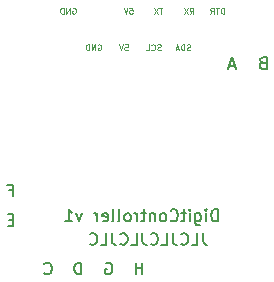
<source format=gbr>
%TF.GenerationSoftware,KiCad,Pcbnew,(5.1.6)-1*%
%TF.CreationDate,2020-09-09T14:29:39-07:00*%
%TF.ProjectId,DigitController,44696769-7443-46f6-9e74-726f6c6c6572,rev?*%
%TF.SameCoordinates,Original*%
%TF.FileFunction,Legend,Bot*%
%TF.FilePolarity,Positive*%
%FSLAX46Y46*%
G04 Gerber Fmt 4.6, Leading zero omitted, Abs format (unit mm)*
G04 Created by KiCad (PCBNEW (5.1.6)-1) date 2020-09-09 14:29:39*
%MOMM*%
%LPD*%
G01*
G04 APERTURE LIST*
%ADD10C,0.125000*%
%ADD11C,0.150000*%
G04 APERTURE END LIST*
D10*
X82621428Y-83976190D02*
X82621428Y-83476190D01*
X82502380Y-83476190D01*
X82430952Y-83500000D01*
X82383333Y-83547619D01*
X82359523Y-83595238D01*
X82335714Y-83690476D01*
X82335714Y-83761904D01*
X82359523Y-83857142D01*
X82383333Y-83904761D01*
X82430952Y-83952380D01*
X82502380Y-83976190D01*
X82621428Y-83976190D01*
X82192857Y-83476190D02*
X81907142Y-83476190D01*
X82050000Y-83976190D02*
X82050000Y-83476190D01*
X81454761Y-83976190D02*
X81621428Y-83738095D01*
X81740476Y-83976190D02*
X81740476Y-83476190D01*
X81550000Y-83476190D01*
X81502380Y-83500000D01*
X81478571Y-83523809D01*
X81454761Y-83571428D01*
X81454761Y-83642857D01*
X81478571Y-83690476D01*
X81502380Y-83714285D01*
X81550000Y-83738095D01*
X81740476Y-83738095D01*
X79683333Y-83976190D02*
X79850000Y-83738095D01*
X79969047Y-83976190D02*
X79969047Y-83476190D01*
X79778571Y-83476190D01*
X79730952Y-83500000D01*
X79707142Y-83523809D01*
X79683333Y-83571428D01*
X79683333Y-83642857D01*
X79707142Y-83690476D01*
X79730952Y-83714285D01*
X79778571Y-83738095D01*
X79969047Y-83738095D01*
X79516666Y-83476190D02*
X79183333Y-83976190D01*
X79183333Y-83476190D02*
X79516666Y-83976190D01*
X77380952Y-83476190D02*
X77095238Y-83476190D01*
X77238095Y-83976190D02*
X77238095Y-83476190D01*
X76976190Y-83476190D02*
X76642857Y-83976190D01*
X76642857Y-83476190D02*
X76976190Y-83976190D01*
X74595238Y-83476190D02*
X74833333Y-83476190D01*
X74857142Y-83714285D01*
X74833333Y-83690476D01*
X74785714Y-83666666D01*
X74666666Y-83666666D01*
X74619047Y-83690476D01*
X74595238Y-83714285D01*
X74571428Y-83761904D01*
X74571428Y-83880952D01*
X74595238Y-83928571D01*
X74619047Y-83952380D01*
X74666666Y-83976190D01*
X74785714Y-83976190D01*
X74833333Y-83952380D01*
X74857142Y-83928571D01*
X74428571Y-83476190D02*
X74261904Y-83976190D01*
X74095238Y-83476190D01*
X69780952Y-83500000D02*
X69828571Y-83476190D01*
X69900000Y-83476190D01*
X69971428Y-83500000D01*
X70019047Y-83547619D01*
X70042857Y-83595238D01*
X70066666Y-83690476D01*
X70066666Y-83761904D01*
X70042857Y-83857142D01*
X70019047Y-83904761D01*
X69971428Y-83952380D01*
X69900000Y-83976190D01*
X69852380Y-83976190D01*
X69780952Y-83952380D01*
X69757142Y-83928571D01*
X69757142Y-83761904D01*
X69852380Y-83761904D01*
X69542857Y-83976190D02*
X69542857Y-83476190D01*
X69257142Y-83976190D01*
X69257142Y-83476190D01*
X69019047Y-83976190D02*
X69019047Y-83476190D01*
X68900000Y-83476190D01*
X68828571Y-83500000D01*
X68780952Y-83547619D01*
X68757142Y-83595238D01*
X68733333Y-83690476D01*
X68733333Y-83761904D01*
X68757142Y-83857142D01*
X68780952Y-83904761D01*
X68828571Y-83952380D01*
X68900000Y-83976190D01*
X69019047Y-83976190D01*
X71930952Y-86600000D02*
X71978571Y-86576190D01*
X72050000Y-86576190D01*
X72121428Y-86600000D01*
X72169047Y-86647619D01*
X72192857Y-86695238D01*
X72216666Y-86790476D01*
X72216666Y-86861904D01*
X72192857Y-86957142D01*
X72169047Y-87004761D01*
X72121428Y-87052380D01*
X72050000Y-87076190D01*
X72002380Y-87076190D01*
X71930952Y-87052380D01*
X71907142Y-87028571D01*
X71907142Y-86861904D01*
X72002380Y-86861904D01*
X71692857Y-87076190D02*
X71692857Y-86576190D01*
X71407142Y-87076190D01*
X71407142Y-86576190D01*
X71169047Y-87076190D02*
X71169047Y-86576190D01*
X71050000Y-86576190D01*
X70978571Y-86600000D01*
X70930952Y-86647619D01*
X70907142Y-86695238D01*
X70883333Y-86790476D01*
X70883333Y-86861904D01*
X70907142Y-86957142D01*
X70930952Y-87004761D01*
X70978571Y-87052380D01*
X71050000Y-87076190D01*
X71169047Y-87076190D01*
X74195238Y-86576190D02*
X74433333Y-86576190D01*
X74457142Y-86814285D01*
X74433333Y-86790476D01*
X74385714Y-86766666D01*
X74266666Y-86766666D01*
X74219047Y-86790476D01*
X74195238Y-86814285D01*
X74171428Y-86861904D01*
X74171428Y-86980952D01*
X74195238Y-87028571D01*
X74219047Y-87052380D01*
X74266666Y-87076190D01*
X74385714Y-87076190D01*
X74433333Y-87052380D01*
X74457142Y-87028571D01*
X74028571Y-86576190D02*
X73861904Y-87076190D01*
X73695238Y-86576190D01*
X77245238Y-87052380D02*
X77173809Y-87076190D01*
X77054761Y-87076190D01*
X77007142Y-87052380D01*
X76983333Y-87028571D01*
X76959523Y-86980952D01*
X76959523Y-86933333D01*
X76983333Y-86885714D01*
X77007142Y-86861904D01*
X77054761Y-86838095D01*
X77150000Y-86814285D01*
X77197619Y-86790476D01*
X77221428Y-86766666D01*
X77245238Y-86719047D01*
X77245238Y-86671428D01*
X77221428Y-86623809D01*
X77197619Y-86600000D01*
X77150000Y-86576190D01*
X77030952Y-86576190D01*
X76959523Y-86600000D01*
X76459523Y-87028571D02*
X76483333Y-87052380D01*
X76554761Y-87076190D01*
X76602380Y-87076190D01*
X76673809Y-87052380D01*
X76721428Y-87004761D01*
X76745238Y-86957142D01*
X76769047Y-86861904D01*
X76769047Y-86790476D01*
X76745238Y-86695238D01*
X76721428Y-86647619D01*
X76673809Y-86600000D01*
X76602380Y-86576190D01*
X76554761Y-86576190D01*
X76483333Y-86600000D01*
X76459523Y-86623809D01*
X76007142Y-87076190D02*
X76245238Y-87076190D01*
X76245238Y-86576190D01*
X79757142Y-87052380D02*
X79685714Y-87076190D01*
X79566666Y-87076190D01*
X79519047Y-87052380D01*
X79495238Y-87028571D01*
X79471428Y-86980952D01*
X79471428Y-86933333D01*
X79495238Y-86885714D01*
X79519047Y-86861904D01*
X79566666Y-86838095D01*
X79661904Y-86814285D01*
X79709523Y-86790476D01*
X79733333Y-86766666D01*
X79757142Y-86719047D01*
X79757142Y-86671428D01*
X79733333Y-86623809D01*
X79709523Y-86600000D01*
X79661904Y-86576190D01*
X79542857Y-86576190D01*
X79471428Y-86600000D01*
X79257142Y-87076190D02*
X79257142Y-86576190D01*
X79138095Y-86576190D01*
X79066666Y-86600000D01*
X79019047Y-86647619D01*
X78995238Y-86695238D01*
X78971428Y-86790476D01*
X78971428Y-86861904D01*
X78995238Y-86957142D01*
X79019047Y-87004761D01*
X79066666Y-87052380D01*
X79138095Y-87076190D01*
X79257142Y-87076190D01*
X78780952Y-86933333D02*
X78542857Y-86933333D01*
X78828571Y-87076190D02*
X78661904Y-86576190D01*
X78495238Y-87076190D01*
D11*
X85878571Y-88128571D02*
X85735714Y-88176190D01*
X85688095Y-88223809D01*
X85640476Y-88319047D01*
X85640476Y-88461904D01*
X85688095Y-88557142D01*
X85735714Y-88604761D01*
X85830952Y-88652380D01*
X86211904Y-88652380D01*
X86211904Y-87652380D01*
X85878571Y-87652380D01*
X85783333Y-87700000D01*
X85735714Y-87747619D01*
X85688095Y-87842857D01*
X85688095Y-87938095D01*
X85735714Y-88033333D01*
X85783333Y-88080952D01*
X85878571Y-88128571D01*
X86211904Y-88128571D01*
X83488095Y-88366666D02*
X83011904Y-88366666D01*
X83583333Y-88652380D02*
X83250000Y-87652380D01*
X82916666Y-88652380D01*
X64407142Y-98928571D02*
X64740476Y-98928571D01*
X64740476Y-99452380D02*
X64740476Y-98452380D01*
X64264285Y-98452380D01*
X64764285Y-101428571D02*
X64430952Y-101428571D01*
X64288095Y-101952380D02*
X64764285Y-101952380D01*
X64764285Y-100952380D01*
X64288095Y-100952380D01*
X67390476Y-105957142D02*
X67438095Y-106004761D01*
X67580952Y-106052380D01*
X67676190Y-106052380D01*
X67819047Y-106004761D01*
X67914285Y-105909523D01*
X67961904Y-105814285D01*
X68009523Y-105623809D01*
X68009523Y-105480952D01*
X67961904Y-105290476D01*
X67914285Y-105195238D01*
X67819047Y-105100000D01*
X67676190Y-105052380D01*
X67580952Y-105052380D01*
X67438095Y-105100000D01*
X67390476Y-105147619D01*
X70511904Y-106052380D02*
X70511904Y-105052380D01*
X70273809Y-105052380D01*
X70130952Y-105100000D01*
X70035714Y-105195238D01*
X69988095Y-105290476D01*
X69940476Y-105480952D01*
X69940476Y-105623809D01*
X69988095Y-105814285D01*
X70035714Y-105909523D01*
X70130952Y-106004761D01*
X70273809Y-106052380D01*
X70511904Y-106052380D01*
X72588095Y-105100000D02*
X72683333Y-105052380D01*
X72826190Y-105052380D01*
X72969047Y-105100000D01*
X73064285Y-105195238D01*
X73111904Y-105290476D01*
X73159523Y-105480952D01*
X73159523Y-105623809D01*
X73111904Y-105814285D01*
X73064285Y-105909523D01*
X72969047Y-106004761D01*
X72826190Y-106052380D01*
X72730952Y-106052380D01*
X72588095Y-106004761D01*
X72540476Y-105957142D01*
X72540476Y-105623809D01*
X72730952Y-105623809D01*
X75685714Y-106052380D02*
X75685714Y-105052380D01*
X75685714Y-105528571D02*
X75114285Y-105528571D01*
X75114285Y-106052380D02*
X75114285Y-105052380D01*
X80819047Y-102552380D02*
X80819047Y-103266666D01*
X80866666Y-103409523D01*
X80961904Y-103504761D01*
X81104761Y-103552380D01*
X81200000Y-103552380D01*
X79866666Y-103552380D02*
X80342857Y-103552380D01*
X80342857Y-102552380D01*
X78961904Y-103457142D02*
X79009523Y-103504761D01*
X79152380Y-103552380D01*
X79247619Y-103552380D01*
X79390476Y-103504761D01*
X79485714Y-103409523D01*
X79533333Y-103314285D01*
X79580952Y-103123809D01*
X79580952Y-102980952D01*
X79533333Y-102790476D01*
X79485714Y-102695238D01*
X79390476Y-102600000D01*
X79247619Y-102552380D01*
X79152380Y-102552380D01*
X79009523Y-102600000D01*
X78961904Y-102647619D01*
X78247619Y-102552380D02*
X78247619Y-103266666D01*
X78295238Y-103409523D01*
X78390476Y-103504761D01*
X78533333Y-103552380D01*
X78628571Y-103552380D01*
X77295238Y-103552380D02*
X77771428Y-103552380D01*
X77771428Y-102552380D01*
X76390476Y-103457142D02*
X76438095Y-103504761D01*
X76580952Y-103552380D01*
X76676190Y-103552380D01*
X76819047Y-103504761D01*
X76914285Y-103409523D01*
X76961904Y-103314285D01*
X77009523Y-103123809D01*
X77009523Y-102980952D01*
X76961904Y-102790476D01*
X76914285Y-102695238D01*
X76819047Y-102600000D01*
X76676190Y-102552380D01*
X76580952Y-102552380D01*
X76438095Y-102600000D01*
X76390476Y-102647619D01*
X75676190Y-102552380D02*
X75676190Y-103266666D01*
X75723809Y-103409523D01*
X75819047Y-103504761D01*
X75961904Y-103552380D01*
X76057142Y-103552380D01*
X74723809Y-103552380D02*
X75200000Y-103552380D01*
X75200000Y-102552380D01*
X73819047Y-103457142D02*
X73866666Y-103504761D01*
X74009523Y-103552380D01*
X74104761Y-103552380D01*
X74247619Y-103504761D01*
X74342857Y-103409523D01*
X74390476Y-103314285D01*
X74438095Y-103123809D01*
X74438095Y-102980952D01*
X74390476Y-102790476D01*
X74342857Y-102695238D01*
X74247619Y-102600000D01*
X74104761Y-102552380D01*
X74009523Y-102552380D01*
X73866666Y-102600000D01*
X73819047Y-102647619D01*
X73104761Y-102552380D02*
X73104761Y-103266666D01*
X73152380Y-103409523D01*
X73247619Y-103504761D01*
X73390476Y-103552380D01*
X73485714Y-103552380D01*
X72152380Y-103552380D02*
X72628571Y-103552380D01*
X72628571Y-102552380D01*
X71247619Y-103457142D02*
X71295238Y-103504761D01*
X71438095Y-103552380D01*
X71533333Y-103552380D01*
X71676190Y-103504761D01*
X71771428Y-103409523D01*
X71819047Y-103314285D01*
X71866666Y-103123809D01*
X71866666Y-102980952D01*
X71819047Y-102790476D01*
X71771428Y-102695238D01*
X71676190Y-102600000D01*
X71533333Y-102552380D01*
X71438095Y-102552380D01*
X71295238Y-102600000D01*
X71247619Y-102647619D01*
X82078571Y-101552380D02*
X82078571Y-100552380D01*
X81840476Y-100552380D01*
X81697619Y-100600000D01*
X81602380Y-100695238D01*
X81554761Y-100790476D01*
X81507142Y-100980952D01*
X81507142Y-101123809D01*
X81554761Y-101314285D01*
X81602380Y-101409523D01*
X81697619Y-101504761D01*
X81840476Y-101552380D01*
X82078571Y-101552380D01*
X81078571Y-101552380D02*
X81078571Y-100885714D01*
X81078571Y-100552380D02*
X81126190Y-100600000D01*
X81078571Y-100647619D01*
X81030952Y-100600000D01*
X81078571Y-100552380D01*
X81078571Y-100647619D01*
X80173809Y-100885714D02*
X80173809Y-101695238D01*
X80221428Y-101790476D01*
X80269047Y-101838095D01*
X80364285Y-101885714D01*
X80507142Y-101885714D01*
X80602380Y-101838095D01*
X80173809Y-101504761D02*
X80269047Y-101552380D01*
X80459523Y-101552380D01*
X80554761Y-101504761D01*
X80602380Y-101457142D01*
X80650000Y-101361904D01*
X80650000Y-101076190D01*
X80602380Y-100980952D01*
X80554761Y-100933333D01*
X80459523Y-100885714D01*
X80269047Y-100885714D01*
X80173809Y-100933333D01*
X79697619Y-101552380D02*
X79697619Y-100885714D01*
X79697619Y-100552380D02*
X79745238Y-100600000D01*
X79697619Y-100647619D01*
X79650000Y-100600000D01*
X79697619Y-100552380D01*
X79697619Y-100647619D01*
X79364285Y-100885714D02*
X78983333Y-100885714D01*
X79221428Y-100552380D02*
X79221428Y-101409523D01*
X79173809Y-101504761D01*
X79078571Y-101552380D01*
X78983333Y-101552380D01*
X78078571Y-101457142D02*
X78126190Y-101504761D01*
X78269047Y-101552380D01*
X78364285Y-101552380D01*
X78507142Y-101504761D01*
X78602380Y-101409523D01*
X78650000Y-101314285D01*
X78697619Y-101123809D01*
X78697619Y-100980952D01*
X78650000Y-100790476D01*
X78602380Y-100695238D01*
X78507142Y-100600000D01*
X78364285Y-100552380D01*
X78269047Y-100552380D01*
X78126190Y-100600000D01*
X78078571Y-100647619D01*
X77507142Y-101552380D02*
X77602380Y-101504761D01*
X77650000Y-101457142D01*
X77697619Y-101361904D01*
X77697619Y-101076190D01*
X77650000Y-100980952D01*
X77602380Y-100933333D01*
X77507142Y-100885714D01*
X77364285Y-100885714D01*
X77269047Y-100933333D01*
X77221428Y-100980952D01*
X77173809Y-101076190D01*
X77173809Y-101361904D01*
X77221428Y-101457142D01*
X77269047Y-101504761D01*
X77364285Y-101552380D01*
X77507142Y-101552380D01*
X76745238Y-100885714D02*
X76745238Y-101552380D01*
X76745238Y-100980952D02*
X76697619Y-100933333D01*
X76602380Y-100885714D01*
X76459523Y-100885714D01*
X76364285Y-100933333D01*
X76316666Y-101028571D01*
X76316666Y-101552380D01*
X75983333Y-100885714D02*
X75602380Y-100885714D01*
X75840476Y-100552380D02*
X75840476Y-101409523D01*
X75792857Y-101504761D01*
X75697619Y-101552380D01*
X75602380Y-101552380D01*
X75269047Y-101552380D02*
X75269047Y-100885714D01*
X75269047Y-101076190D02*
X75221428Y-100980952D01*
X75173809Y-100933333D01*
X75078571Y-100885714D01*
X74983333Y-100885714D01*
X74507142Y-101552380D02*
X74602380Y-101504761D01*
X74650000Y-101457142D01*
X74697619Y-101361904D01*
X74697619Y-101076190D01*
X74650000Y-100980952D01*
X74602380Y-100933333D01*
X74507142Y-100885714D01*
X74364285Y-100885714D01*
X74269047Y-100933333D01*
X74221428Y-100980952D01*
X74173809Y-101076190D01*
X74173809Y-101361904D01*
X74221428Y-101457142D01*
X74269047Y-101504761D01*
X74364285Y-101552380D01*
X74507142Y-101552380D01*
X73602380Y-101552380D02*
X73697619Y-101504761D01*
X73745238Y-101409523D01*
X73745238Y-100552380D01*
X73078571Y-101552380D02*
X73173809Y-101504761D01*
X73221428Y-101409523D01*
X73221428Y-100552380D01*
X72316666Y-101504761D02*
X72411904Y-101552380D01*
X72602380Y-101552380D01*
X72697619Y-101504761D01*
X72745238Y-101409523D01*
X72745238Y-101028571D01*
X72697619Y-100933333D01*
X72602380Y-100885714D01*
X72411904Y-100885714D01*
X72316666Y-100933333D01*
X72269047Y-101028571D01*
X72269047Y-101123809D01*
X72745238Y-101219047D01*
X71840476Y-101552380D02*
X71840476Y-100885714D01*
X71840476Y-101076190D02*
X71792857Y-100980952D01*
X71745238Y-100933333D01*
X71650000Y-100885714D01*
X71554761Y-100885714D01*
X70554761Y-100885714D02*
X70316666Y-101552380D01*
X70078571Y-100885714D01*
X69173809Y-101552380D02*
X69745238Y-101552380D01*
X69459523Y-101552380D02*
X69459523Y-100552380D01*
X69554761Y-100695238D01*
X69650000Y-100790476D01*
X69745238Y-100838095D01*
M02*

</source>
